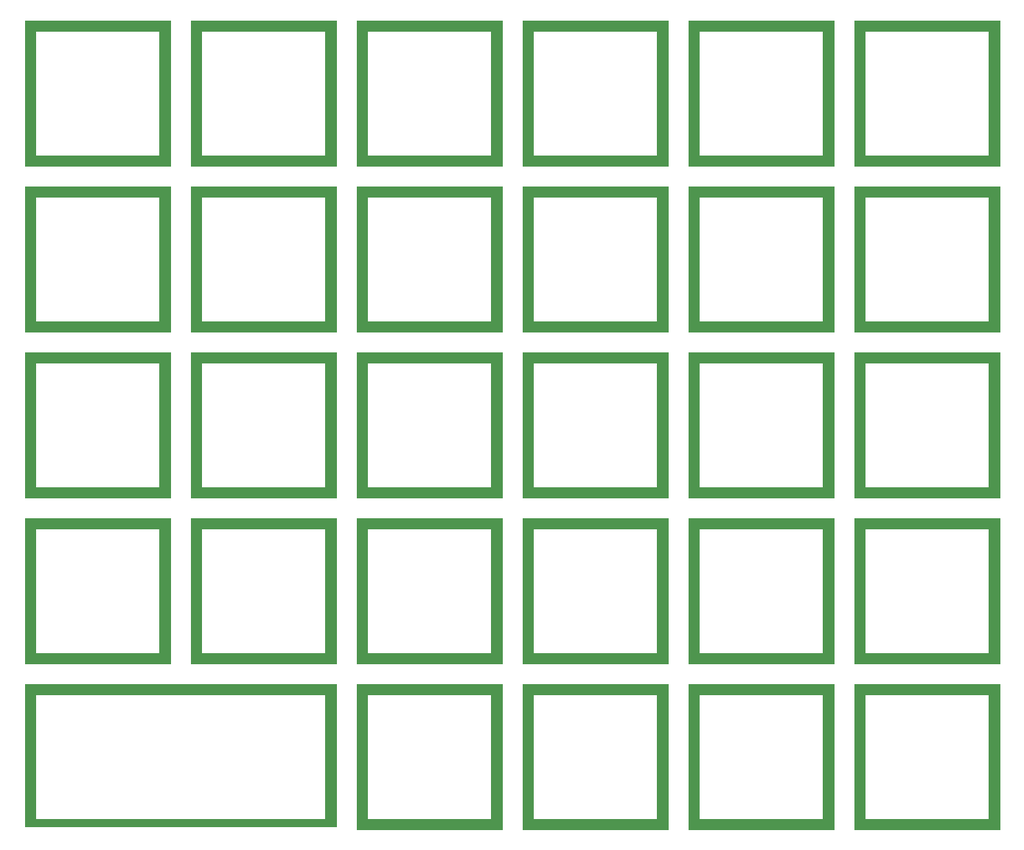
<source format=gbs>
G04 #@! TF.GenerationSoftware,KiCad,Pcbnew,5.1.7*
G04 #@! TF.CreationDate,2021-12-02T01:59:08+07:00*
G04 #@! TF.ProjectId,lumberjack-split,6c756d62-6572-46a6-9163-6b2d73706c69,rev?*
G04 #@! TF.SameCoordinates,Original*
G04 #@! TF.FileFunction,Soldermask,Bot*
G04 #@! TF.FilePolarity,Negative*
%FSLAX46Y46*%
G04 Gerber Fmt 4.6, Leading zero omitted, Abs format (unit mm)*
G04 Created by KiCad (PCBNEW 5.1.7) date 2021-12-02 01:59:08*
%MOMM*%
%LPD*%
G01*
G04 APERTURE LIST*
%ADD10C,0.100000*%
G04 APERTURE END LIST*
D10*
G36*
X104775000Y-128587500D02*
G01*
X104775000Y-142875000D01*
X103584375Y-143764000D01*
X103584375Y-127396875D01*
X104775000Y-128587500D01*
G37*
X104775000Y-128587500D02*
X104775000Y-142875000D01*
X103584375Y-143764000D01*
X103584375Y-127396875D01*
X104775000Y-128587500D01*
G36*
X139303125Y-143764000D02*
G01*
X138112500Y-142875000D01*
X138112500Y-128587500D01*
X139303125Y-127396875D01*
X139303125Y-143764000D01*
G37*
X139303125Y-143764000D02*
X138112500Y-142875000D01*
X138112500Y-128587500D01*
X139303125Y-127396875D01*
X139303125Y-143764000D01*
G36*
X195262500Y-128587500D02*
G01*
X180975000Y-128587500D01*
X179784375Y-127396875D01*
X196453125Y-127396875D01*
X195262500Y-128587500D01*
G37*
X195262500Y-128587500D02*
X180975000Y-128587500D01*
X179784375Y-127396875D01*
X196453125Y-127396875D01*
X195262500Y-128587500D01*
G36*
X196453125Y-144065625D02*
G01*
X195262500Y-142875000D01*
X195262500Y-128587500D01*
X196453125Y-127396875D01*
X196453125Y-144065625D01*
G37*
X196453125Y-144065625D02*
X195262500Y-142875000D01*
X195262500Y-128587500D01*
X196453125Y-127396875D01*
X196453125Y-144065625D01*
G36*
X142875000Y-128587500D02*
G01*
X142875000Y-142875000D01*
X141684375Y-144065625D01*
X141684375Y-127396875D01*
X142875000Y-128587500D01*
G37*
X142875000Y-128587500D02*
X142875000Y-142875000D01*
X141684375Y-144065625D01*
X141684375Y-127396875D01*
X142875000Y-128587500D01*
G36*
X177403125Y-144065625D02*
G01*
X176212500Y-142875000D01*
X176212500Y-128587500D01*
X177403125Y-127396875D01*
X177403125Y-144065625D01*
G37*
X177403125Y-144065625D02*
X176212500Y-142875000D01*
X176212500Y-128587500D01*
X177403125Y-127396875D01*
X177403125Y-144065625D01*
G36*
X161925000Y-128587500D02*
G01*
X161925000Y-142875000D01*
X160734375Y-144065625D01*
X160734375Y-127396875D01*
X161925000Y-128587500D01*
G37*
X161925000Y-128587500D02*
X161925000Y-142875000D01*
X160734375Y-144065625D01*
X160734375Y-127396875D01*
X161925000Y-128587500D01*
G36*
X158353125Y-144065625D02*
G01*
X141684375Y-144065625D01*
X142875000Y-142875000D01*
X157162500Y-142875000D01*
X158353125Y-144065625D01*
G37*
X158353125Y-144065625D02*
X141684375Y-144065625D01*
X142875000Y-142875000D01*
X157162500Y-142875000D01*
X158353125Y-144065625D01*
G36*
X215503125Y-144065625D02*
G01*
X214312500Y-142875000D01*
X214312500Y-128587500D01*
X215503125Y-127396875D01*
X215503125Y-144065625D01*
G37*
X215503125Y-144065625D02*
X214312500Y-142875000D01*
X214312500Y-128587500D01*
X215503125Y-127396875D01*
X215503125Y-144065625D01*
G36*
X157162500Y-128587500D02*
G01*
X142875000Y-128587500D01*
X141684375Y-127396875D01*
X158353125Y-127396875D01*
X157162500Y-128587500D01*
G37*
X157162500Y-128587500D02*
X142875000Y-128587500D01*
X141684375Y-127396875D01*
X158353125Y-127396875D01*
X157162500Y-128587500D01*
G36*
X176212500Y-128587500D02*
G01*
X161925000Y-128587500D01*
X160734375Y-127396875D01*
X177403125Y-127396875D01*
X176212500Y-128587500D01*
G37*
X176212500Y-128587500D02*
X161925000Y-128587500D01*
X160734375Y-127396875D01*
X177403125Y-127396875D01*
X176212500Y-128587500D01*
G36*
X180975000Y-128587500D02*
G01*
X180975000Y-142875000D01*
X179784375Y-144065625D01*
X179784375Y-127396875D01*
X180975000Y-128587500D01*
G37*
X180975000Y-128587500D02*
X180975000Y-142875000D01*
X179784375Y-144065625D01*
X179784375Y-127396875D01*
X180975000Y-128587500D01*
G36*
X214312500Y-128587500D02*
G01*
X200025000Y-128587500D01*
X198834375Y-127396875D01*
X215503125Y-127396875D01*
X214312500Y-128587500D01*
G37*
X214312500Y-128587500D02*
X200025000Y-128587500D01*
X198834375Y-127396875D01*
X215503125Y-127396875D01*
X214312500Y-128587500D01*
G36*
X215503125Y-144065625D02*
G01*
X198834375Y-144065625D01*
X200025000Y-142875000D01*
X214312500Y-142875000D01*
X215503125Y-144065625D01*
G37*
X215503125Y-144065625D02*
X198834375Y-144065625D01*
X200025000Y-142875000D01*
X214312500Y-142875000D01*
X215503125Y-144065625D01*
G36*
X177403125Y-144065625D02*
G01*
X160734375Y-144065625D01*
X161925000Y-142875000D01*
X176212500Y-142875000D01*
X177403125Y-144065625D01*
G37*
X177403125Y-144065625D02*
X160734375Y-144065625D01*
X161925000Y-142875000D01*
X176212500Y-142875000D01*
X177403125Y-144065625D01*
G36*
X158353125Y-144065625D02*
G01*
X157162500Y-142875000D01*
X157162500Y-128587500D01*
X158353125Y-127396875D01*
X158353125Y-144065625D01*
G37*
X158353125Y-144065625D02*
X157162500Y-142875000D01*
X157162500Y-128587500D01*
X158353125Y-127396875D01*
X158353125Y-144065625D01*
G36*
X196453125Y-144065625D02*
G01*
X179784375Y-144065625D01*
X180975000Y-142875000D01*
X195262500Y-142875000D01*
X196453125Y-144065625D01*
G37*
X196453125Y-144065625D02*
X179784375Y-144065625D01*
X180975000Y-142875000D01*
X195262500Y-142875000D01*
X196453125Y-144065625D01*
G36*
X139303125Y-143764000D02*
G01*
X103584375Y-143764000D01*
X104775000Y-142875000D01*
X138112500Y-142875000D01*
X139303125Y-143764000D01*
G37*
X139303125Y-143764000D02*
X103584375Y-143764000D01*
X104775000Y-142875000D01*
X138112500Y-142875000D01*
X139303125Y-143764000D01*
G36*
X200025000Y-128587500D02*
G01*
X200025000Y-142875000D01*
X198834375Y-144065625D01*
X198834375Y-127396875D01*
X200025000Y-128587500D01*
G37*
X200025000Y-128587500D02*
X200025000Y-142875000D01*
X198834375Y-144065625D01*
X198834375Y-127396875D01*
X200025000Y-128587500D01*
G36*
X138112500Y-128587500D02*
G01*
X104775000Y-128587500D01*
X103584375Y-127396875D01*
X139303125Y-127396875D01*
X138112500Y-128587500D01*
G37*
X138112500Y-128587500D02*
X104775000Y-128587500D01*
X103584375Y-127396875D01*
X139303125Y-127396875D01*
X138112500Y-128587500D01*
G36*
X195262500Y-109537500D02*
G01*
X180975000Y-109537500D01*
X179784375Y-108346875D01*
X196453125Y-108346875D01*
X195262500Y-109537500D01*
G37*
X195262500Y-109537500D02*
X180975000Y-109537500D01*
X179784375Y-108346875D01*
X196453125Y-108346875D01*
X195262500Y-109537500D01*
G36*
X196453125Y-125015625D02*
G01*
X195262500Y-123825000D01*
X195262500Y-109537500D01*
X196453125Y-108346875D01*
X196453125Y-125015625D01*
G37*
X196453125Y-125015625D02*
X195262500Y-123825000D01*
X195262500Y-109537500D01*
X196453125Y-108346875D01*
X196453125Y-125015625D01*
G36*
X142875000Y-109537500D02*
G01*
X142875000Y-123825000D01*
X141684375Y-125015625D01*
X141684375Y-108346875D01*
X142875000Y-109537500D01*
G37*
X142875000Y-109537500D02*
X142875000Y-123825000D01*
X141684375Y-125015625D01*
X141684375Y-108346875D01*
X142875000Y-109537500D01*
G36*
X177403125Y-125015625D02*
G01*
X176212500Y-123825000D01*
X176212500Y-109537500D01*
X177403125Y-108346875D01*
X177403125Y-125015625D01*
G37*
X177403125Y-125015625D02*
X176212500Y-123825000D01*
X176212500Y-109537500D01*
X177403125Y-108346875D01*
X177403125Y-125015625D01*
G36*
X161925000Y-109537500D02*
G01*
X161925000Y-123825000D01*
X160734375Y-125015625D01*
X160734375Y-108346875D01*
X161925000Y-109537500D01*
G37*
X161925000Y-109537500D02*
X161925000Y-123825000D01*
X160734375Y-125015625D01*
X160734375Y-108346875D01*
X161925000Y-109537500D01*
G36*
X158353125Y-125015625D02*
G01*
X141684375Y-125015625D01*
X142875000Y-123825000D01*
X157162500Y-123825000D01*
X158353125Y-125015625D01*
G37*
X158353125Y-125015625D02*
X141684375Y-125015625D01*
X142875000Y-123825000D01*
X157162500Y-123825000D01*
X158353125Y-125015625D01*
G36*
X123825000Y-109537500D02*
G01*
X123825000Y-123825000D01*
X122634375Y-125015625D01*
X122634375Y-108346875D01*
X123825000Y-109537500D01*
G37*
X123825000Y-109537500D02*
X123825000Y-123825000D01*
X122634375Y-125015625D01*
X122634375Y-108346875D01*
X123825000Y-109537500D01*
G36*
X138112500Y-109537500D02*
G01*
X123825000Y-109537500D01*
X122634375Y-108346875D01*
X139303125Y-108346875D01*
X138112500Y-109537500D01*
G37*
X138112500Y-109537500D02*
X123825000Y-109537500D01*
X122634375Y-108346875D01*
X139303125Y-108346875D01*
X138112500Y-109537500D01*
G36*
X215503125Y-125015625D02*
G01*
X214312500Y-123825000D01*
X214312500Y-109537500D01*
X215503125Y-108346875D01*
X215503125Y-125015625D01*
G37*
X215503125Y-125015625D02*
X214312500Y-123825000D01*
X214312500Y-109537500D01*
X215503125Y-108346875D01*
X215503125Y-125015625D01*
G36*
X157162500Y-109537500D02*
G01*
X142875000Y-109537500D01*
X141684375Y-108346875D01*
X158353125Y-108346875D01*
X157162500Y-109537500D01*
G37*
X157162500Y-109537500D02*
X142875000Y-109537500D01*
X141684375Y-108346875D01*
X158353125Y-108346875D01*
X157162500Y-109537500D01*
G36*
X176212500Y-109537500D02*
G01*
X161925000Y-109537500D01*
X160734375Y-108346875D01*
X177403125Y-108346875D01*
X176212500Y-109537500D01*
G37*
X176212500Y-109537500D02*
X161925000Y-109537500D01*
X160734375Y-108346875D01*
X177403125Y-108346875D01*
X176212500Y-109537500D01*
G36*
X180975000Y-109537500D02*
G01*
X180975000Y-123825000D01*
X179784375Y-125015625D01*
X179784375Y-108346875D01*
X180975000Y-109537500D01*
G37*
X180975000Y-109537500D02*
X180975000Y-123825000D01*
X179784375Y-125015625D01*
X179784375Y-108346875D01*
X180975000Y-109537500D01*
G36*
X214312500Y-109537500D02*
G01*
X200025000Y-109537500D01*
X198834375Y-108346875D01*
X215503125Y-108346875D01*
X214312500Y-109537500D01*
G37*
X214312500Y-109537500D02*
X200025000Y-109537500D01*
X198834375Y-108346875D01*
X215503125Y-108346875D01*
X214312500Y-109537500D01*
G36*
X215503125Y-125015625D02*
G01*
X198834375Y-125015625D01*
X200025000Y-123825000D01*
X214312500Y-123825000D01*
X215503125Y-125015625D01*
G37*
X215503125Y-125015625D02*
X198834375Y-125015625D01*
X200025000Y-123825000D01*
X214312500Y-123825000D01*
X215503125Y-125015625D01*
G36*
X177403125Y-125015625D02*
G01*
X160734375Y-125015625D01*
X161925000Y-123825000D01*
X176212500Y-123825000D01*
X177403125Y-125015625D01*
G37*
X177403125Y-125015625D02*
X160734375Y-125015625D01*
X161925000Y-123825000D01*
X176212500Y-123825000D01*
X177403125Y-125015625D01*
G36*
X158353125Y-125015625D02*
G01*
X157162500Y-123825000D01*
X157162500Y-109537500D01*
X158353125Y-108346875D01*
X158353125Y-125015625D01*
G37*
X158353125Y-125015625D02*
X157162500Y-123825000D01*
X157162500Y-109537500D01*
X158353125Y-108346875D01*
X158353125Y-125015625D01*
G36*
X196453125Y-125015625D02*
G01*
X179784375Y-125015625D01*
X180975000Y-123825000D01*
X195262500Y-123825000D01*
X196453125Y-125015625D01*
G37*
X196453125Y-125015625D02*
X179784375Y-125015625D01*
X180975000Y-123825000D01*
X195262500Y-123825000D01*
X196453125Y-125015625D01*
G36*
X139303125Y-125015625D02*
G01*
X122634375Y-125015625D01*
X123825000Y-123825000D01*
X138112500Y-123825000D01*
X139303125Y-125015625D01*
G37*
X139303125Y-125015625D02*
X122634375Y-125015625D01*
X123825000Y-123825000D01*
X138112500Y-123825000D01*
X139303125Y-125015625D01*
G36*
X139303125Y-125015625D02*
G01*
X138112500Y-123825000D01*
X138112500Y-109537500D01*
X139303125Y-108346875D01*
X139303125Y-125015625D01*
G37*
X139303125Y-125015625D02*
X138112500Y-123825000D01*
X138112500Y-109537500D01*
X139303125Y-108346875D01*
X139303125Y-125015625D01*
G36*
X120253125Y-125015625D02*
G01*
X103584375Y-125015625D01*
X104775000Y-123825000D01*
X119062500Y-123825000D01*
X120253125Y-125015625D01*
G37*
X120253125Y-125015625D02*
X103584375Y-125015625D01*
X104775000Y-123825000D01*
X119062500Y-123825000D01*
X120253125Y-125015625D01*
G36*
X104775000Y-109537500D02*
G01*
X104775000Y-123825000D01*
X103584375Y-125015625D01*
X103584375Y-108346875D01*
X104775000Y-109537500D01*
G37*
X104775000Y-109537500D02*
X104775000Y-123825000D01*
X103584375Y-125015625D01*
X103584375Y-108346875D01*
X104775000Y-109537500D01*
G36*
X200025000Y-109537500D02*
G01*
X200025000Y-123825000D01*
X198834375Y-125015625D01*
X198834375Y-108346875D01*
X200025000Y-109537500D01*
G37*
X200025000Y-109537500D02*
X200025000Y-123825000D01*
X198834375Y-125015625D01*
X198834375Y-108346875D01*
X200025000Y-109537500D01*
G36*
X120253125Y-125015625D02*
G01*
X119062500Y-123825000D01*
X119062500Y-109537500D01*
X120253125Y-108346875D01*
X120253125Y-125015625D01*
G37*
X120253125Y-125015625D02*
X119062500Y-123825000D01*
X119062500Y-109537500D01*
X120253125Y-108346875D01*
X120253125Y-125015625D01*
G36*
X119062500Y-109537500D02*
G01*
X104775000Y-109537500D01*
X103584375Y-108346875D01*
X120253125Y-108346875D01*
X119062500Y-109537500D01*
G37*
X119062500Y-109537500D02*
X104775000Y-109537500D01*
X103584375Y-108346875D01*
X120253125Y-108346875D01*
X119062500Y-109537500D01*
G36*
X195262500Y-90487500D02*
G01*
X180975000Y-90487500D01*
X179784375Y-89296875D01*
X196453125Y-89296875D01*
X195262500Y-90487500D01*
G37*
X195262500Y-90487500D02*
X180975000Y-90487500D01*
X179784375Y-89296875D01*
X196453125Y-89296875D01*
X195262500Y-90487500D01*
G36*
X196453125Y-105965625D02*
G01*
X195262500Y-104775000D01*
X195262500Y-90487500D01*
X196453125Y-89296875D01*
X196453125Y-105965625D01*
G37*
X196453125Y-105965625D02*
X195262500Y-104775000D01*
X195262500Y-90487500D01*
X196453125Y-89296875D01*
X196453125Y-105965625D01*
G36*
X142875000Y-90487500D02*
G01*
X142875000Y-104775000D01*
X141684375Y-105965625D01*
X141684375Y-89296875D01*
X142875000Y-90487500D01*
G37*
X142875000Y-90487500D02*
X142875000Y-104775000D01*
X141684375Y-105965625D01*
X141684375Y-89296875D01*
X142875000Y-90487500D01*
G36*
X177403125Y-105965625D02*
G01*
X176212500Y-104775000D01*
X176212500Y-90487500D01*
X177403125Y-89296875D01*
X177403125Y-105965625D01*
G37*
X177403125Y-105965625D02*
X176212500Y-104775000D01*
X176212500Y-90487500D01*
X177403125Y-89296875D01*
X177403125Y-105965625D01*
G36*
X161925000Y-90487500D02*
G01*
X161925000Y-104775000D01*
X160734375Y-105965625D01*
X160734375Y-89296875D01*
X161925000Y-90487500D01*
G37*
X161925000Y-90487500D02*
X161925000Y-104775000D01*
X160734375Y-105965625D01*
X160734375Y-89296875D01*
X161925000Y-90487500D01*
G36*
X158353125Y-105965625D02*
G01*
X141684375Y-105965625D01*
X142875000Y-104775000D01*
X157162500Y-104775000D01*
X158353125Y-105965625D01*
G37*
X158353125Y-105965625D02*
X141684375Y-105965625D01*
X142875000Y-104775000D01*
X157162500Y-104775000D01*
X158353125Y-105965625D01*
G36*
X123825000Y-90487500D02*
G01*
X123825000Y-104775000D01*
X122634375Y-105965625D01*
X122634375Y-89296875D01*
X123825000Y-90487500D01*
G37*
X123825000Y-90487500D02*
X123825000Y-104775000D01*
X122634375Y-105965625D01*
X122634375Y-89296875D01*
X123825000Y-90487500D01*
G36*
X138112500Y-90487500D02*
G01*
X123825000Y-90487500D01*
X122634375Y-89296875D01*
X139303125Y-89296875D01*
X138112500Y-90487500D01*
G37*
X138112500Y-90487500D02*
X123825000Y-90487500D01*
X122634375Y-89296875D01*
X139303125Y-89296875D01*
X138112500Y-90487500D01*
G36*
X215503125Y-105965625D02*
G01*
X214312500Y-104775000D01*
X214312500Y-90487500D01*
X215503125Y-89296875D01*
X215503125Y-105965625D01*
G37*
X215503125Y-105965625D02*
X214312500Y-104775000D01*
X214312500Y-90487500D01*
X215503125Y-89296875D01*
X215503125Y-105965625D01*
G36*
X157162500Y-90487500D02*
G01*
X142875000Y-90487500D01*
X141684375Y-89296875D01*
X158353125Y-89296875D01*
X157162500Y-90487500D01*
G37*
X157162500Y-90487500D02*
X142875000Y-90487500D01*
X141684375Y-89296875D01*
X158353125Y-89296875D01*
X157162500Y-90487500D01*
G36*
X176212500Y-90487500D02*
G01*
X161925000Y-90487500D01*
X160734375Y-89296875D01*
X177403125Y-89296875D01*
X176212500Y-90487500D01*
G37*
X176212500Y-90487500D02*
X161925000Y-90487500D01*
X160734375Y-89296875D01*
X177403125Y-89296875D01*
X176212500Y-90487500D01*
G36*
X180975000Y-90487500D02*
G01*
X180975000Y-104775000D01*
X179784375Y-105965625D01*
X179784375Y-89296875D01*
X180975000Y-90487500D01*
G37*
X180975000Y-90487500D02*
X180975000Y-104775000D01*
X179784375Y-105965625D01*
X179784375Y-89296875D01*
X180975000Y-90487500D01*
G36*
X214312500Y-90487500D02*
G01*
X200025000Y-90487500D01*
X198834375Y-89296875D01*
X215503125Y-89296875D01*
X214312500Y-90487500D01*
G37*
X214312500Y-90487500D02*
X200025000Y-90487500D01*
X198834375Y-89296875D01*
X215503125Y-89296875D01*
X214312500Y-90487500D01*
G36*
X215503125Y-105965625D02*
G01*
X198834375Y-105965625D01*
X200025000Y-104775000D01*
X214312500Y-104775000D01*
X215503125Y-105965625D01*
G37*
X215503125Y-105965625D02*
X198834375Y-105965625D01*
X200025000Y-104775000D01*
X214312500Y-104775000D01*
X215503125Y-105965625D01*
G36*
X177403125Y-105965625D02*
G01*
X160734375Y-105965625D01*
X161925000Y-104775000D01*
X176212500Y-104775000D01*
X177403125Y-105965625D01*
G37*
X177403125Y-105965625D02*
X160734375Y-105965625D01*
X161925000Y-104775000D01*
X176212500Y-104775000D01*
X177403125Y-105965625D01*
G36*
X158353125Y-105965625D02*
G01*
X157162500Y-104775000D01*
X157162500Y-90487500D01*
X158353125Y-89296875D01*
X158353125Y-105965625D01*
G37*
X158353125Y-105965625D02*
X157162500Y-104775000D01*
X157162500Y-90487500D01*
X158353125Y-89296875D01*
X158353125Y-105965625D01*
G36*
X196453125Y-105965625D02*
G01*
X179784375Y-105965625D01*
X180975000Y-104775000D01*
X195262500Y-104775000D01*
X196453125Y-105965625D01*
G37*
X196453125Y-105965625D02*
X179784375Y-105965625D01*
X180975000Y-104775000D01*
X195262500Y-104775000D01*
X196453125Y-105965625D01*
G36*
X139303125Y-105965625D02*
G01*
X122634375Y-105965625D01*
X123825000Y-104775000D01*
X138112500Y-104775000D01*
X139303125Y-105965625D01*
G37*
X139303125Y-105965625D02*
X122634375Y-105965625D01*
X123825000Y-104775000D01*
X138112500Y-104775000D01*
X139303125Y-105965625D01*
G36*
X139303125Y-105965625D02*
G01*
X138112500Y-104775000D01*
X138112500Y-90487500D01*
X139303125Y-89296875D01*
X139303125Y-105965625D01*
G37*
X139303125Y-105965625D02*
X138112500Y-104775000D01*
X138112500Y-90487500D01*
X139303125Y-89296875D01*
X139303125Y-105965625D01*
G36*
X120253125Y-105965625D02*
G01*
X103584375Y-105965625D01*
X104775000Y-104775000D01*
X119062500Y-104775000D01*
X120253125Y-105965625D01*
G37*
X120253125Y-105965625D02*
X103584375Y-105965625D01*
X104775000Y-104775000D01*
X119062500Y-104775000D01*
X120253125Y-105965625D01*
G36*
X104775000Y-90487500D02*
G01*
X104775000Y-104775000D01*
X103584375Y-105965625D01*
X103584375Y-89296875D01*
X104775000Y-90487500D01*
G37*
X104775000Y-90487500D02*
X104775000Y-104775000D01*
X103584375Y-105965625D01*
X103584375Y-89296875D01*
X104775000Y-90487500D01*
G36*
X200025000Y-90487500D02*
G01*
X200025000Y-104775000D01*
X198834375Y-105965625D01*
X198834375Y-89296875D01*
X200025000Y-90487500D01*
G37*
X200025000Y-90487500D02*
X200025000Y-104775000D01*
X198834375Y-105965625D01*
X198834375Y-89296875D01*
X200025000Y-90487500D01*
G36*
X120253125Y-105965625D02*
G01*
X119062500Y-104775000D01*
X119062500Y-90487500D01*
X120253125Y-89296875D01*
X120253125Y-105965625D01*
G37*
X120253125Y-105965625D02*
X119062500Y-104775000D01*
X119062500Y-90487500D01*
X120253125Y-89296875D01*
X120253125Y-105965625D01*
G36*
X119062500Y-90487500D02*
G01*
X104775000Y-90487500D01*
X103584375Y-89296875D01*
X120253125Y-89296875D01*
X119062500Y-90487500D01*
G37*
X119062500Y-90487500D02*
X104775000Y-90487500D01*
X103584375Y-89296875D01*
X120253125Y-89296875D01*
X119062500Y-90487500D01*
G36*
X195262500Y-71437500D02*
G01*
X180975000Y-71437500D01*
X179784375Y-70246875D01*
X196453125Y-70246875D01*
X195262500Y-71437500D01*
G37*
X195262500Y-71437500D02*
X180975000Y-71437500D01*
X179784375Y-70246875D01*
X196453125Y-70246875D01*
X195262500Y-71437500D01*
G36*
X196453125Y-86915625D02*
G01*
X195262500Y-85725000D01*
X195262500Y-71437500D01*
X196453125Y-70246875D01*
X196453125Y-86915625D01*
G37*
X196453125Y-86915625D02*
X195262500Y-85725000D01*
X195262500Y-71437500D01*
X196453125Y-70246875D01*
X196453125Y-86915625D01*
G36*
X142875000Y-71437500D02*
G01*
X142875000Y-85725000D01*
X141684375Y-86915625D01*
X141684375Y-70246875D01*
X142875000Y-71437500D01*
G37*
X142875000Y-71437500D02*
X142875000Y-85725000D01*
X141684375Y-86915625D01*
X141684375Y-70246875D01*
X142875000Y-71437500D01*
G36*
X177403125Y-86915625D02*
G01*
X176212500Y-85725000D01*
X176212500Y-71437500D01*
X177403125Y-70246875D01*
X177403125Y-86915625D01*
G37*
X177403125Y-86915625D02*
X176212500Y-85725000D01*
X176212500Y-71437500D01*
X177403125Y-70246875D01*
X177403125Y-86915625D01*
G36*
X161925000Y-71437500D02*
G01*
X161925000Y-85725000D01*
X160734375Y-86915625D01*
X160734375Y-70246875D01*
X161925000Y-71437500D01*
G37*
X161925000Y-71437500D02*
X161925000Y-85725000D01*
X160734375Y-86915625D01*
X160734375Y-70246875D01*
X161925000Y-71437500D01*
G36*
X158353125Y-86915625D02*
G01*
X141684375Y-86915625D01*
X142875000Y-85725000D01*
X157162500Y-85725000D01*
X158353125Y-86915625D01*
G37*
X158353125Y-86915625D02*
X141684375Y-86915625D01*
X142875000Y-85725000D01*
X157162500Y-85725000D01*
X158353125Y-86915625D01*
G36*
X123825000Y-71437500D02*
G01*
X123825000Y-85725000D01*
X122634375Y-86915625D01*
X122634375Y-70246875D01*
X123825000Y-71437500D01*
G37*
X123825000Y-71437500D02*
X123825000Y-85725000D01*
X122634375Y-86915625D01*
X122634375Y-70246875D01*
X123825000Y-71437500D01*
G36*
X138112500Y-71437500D02*
G01*
X123825000Y-71437500D01*
X122634375Y-70246875D01*
X139303125Y-70246875D01*
X138112500Y-71437500D01*
G37*
X138112500Y-71437500D02*
X123825000Y-71437500D01*
X122634375Y-70246875D01*
X139303125Y-70246875D01*
X138112500Y-71437500D01*
G36*
X215503125Y-86915625D02*
G01*
X214312500Y-85725000D01*
X214312500Y-71437500D01*
X215503125Y-70246875D01*
X215503125Y-86915625D01*
G37*
X215503125Y-86915625D02*
X214312500Y-85725000D01*
X214312500Y-71437500D01*
X215503125Y-70246875D01*
X215503125Y-86915625D01*
G36*
X157162500Y-71437500D02*
G01*
X142875000Y-71437500D01*
X141684375Y-70246875D01*
X158353125Y-70246875D01*
X157162500Y-71437500D01*
G37*
X157162500Y-71437500D02*
X142875000Y-71437500D01*
X141684375Y-70246875D01*
X158353125Y-70246875D01*
X157162500Y-71437500D01*
G36*
X176212500Y-71437500D02*
G01*
X161925000Y-71437500D01*
X160734375Y-70246875D01*
X177403125Y-70246875D01*
X176212500Y-71437500D01*
G37*
X176212500Y-71437500D02*
X161925000Y-71437500D01*
X160734375Y-70246875D01*
X177403125Y-70246875D01*
X176212500Y-71437500D01*
G36*
X180975000Y-71437500D02*
G01*
X180975000Y-85725000D01*
X179784375Y-86915625D01*
X179784375Y-70246875D01*
X180975000Y-71437500D01*
G37*
X180975000Y-71437500D02*
X180975000Y-85725000D01*
X179784375Y-86915625D01*
X179784375Y-70246875D01*
X180975000Y-71437500D01*
G36*
X214312500Y-71437500D02*
G01*
X200025000Y-71437500D01*
X198834375Y-70246875D01*
X215503125Y-70246875D01*
X214312500Y-71437500D01*
G37*
X214312500Y-71437500D02*
X200025000Y-71437500D01*
X198834375Y-70246875D01*
X215503125Y-70246875D01*
X214312500Y-71437500D01*
G36*
X215503125Y-86915625D02*
G01*
X198834375Y-86915625D01*
X200025000Y-85725000D01*
X214312500Y-85725000D01*
X215503125Y-86915625D01*
G37*
X215503125Y-86915625D02*
X198834375Y-86915625D01*
X200025000Y-85725000D01*
X214312500Y-85725000D01*
X215503125Y-86915625D01*
G36*
X177403125Y-86915625D02*
G01*
X160734375Y-86915625D01*
X161925000Y-85725000D01*
X176212500Y-85725000D01*
X177403125Y-86915625D01*
G37*
X177403125Y-86915625D02*
X160734375Y-86915625D01*
X161925000Y-85725000D01*
X176212500Y-85725000D01*
X177403125Y-86915625D01*
G36*
X158353125Y-86915625D02*
G01*
X157162500Y-85725000D01*
X157162500Y-71437500D01*
X158353125Y-70246875D01*
X158353125Y-86915625D01*
G37*
X158353125Y-86915625D02*
X157162500Y-85725000D01*
X157162500Y-71437500D01*
X158353125Y-70246875D01*
X158353125Y-86915625D01*
G36*
X196453125Y-86915625D02*
G01*
X179784375Y-86915625D01*
X180975000Y-85725000D01*
X195262500Y-85725000D01*
X196453125Y-86915625D01*
G37*
X196453125Y-86915625D02*
X179784375Y-86915625D01*
X180975000Y-85725000D01*
X195262500Y-85725000D01*
X196453125Y-86915625D01*
G36*
X139303125Y-86915625D02*
G01*
X122634375Y-86915625D01*
X123825000Y-85725000D01*
X138112500Y-85725000D01*
X139303125Y-86915625D01*
G37*
X139303125Y-86915625D02*
X122634375Y-86915625D01*
X123825000Y-85725000D01*
X138112500Y-85725000D01*
X139303125Y-86915625D01*
G36*
X139303125Y-86915625D02*
G01*
X138112500Y-85725000D01*
X138112500Y-71437500D01*
X139303125Y-70246875D01*
X139303125Y-86915625D01*
G37*
X139303125Y-86915625D02*
X138112500Y-85725000D01*
X138112500Y-71437500D01*
X139303125Y-70246875D01*
X139303125Y-86915625D01*
G36*
X120253125Y-86915625D02*
G01*
X103584375Y-86915625D01*
X104775000Y-85725000D01*
X119062500Y-85725000D01*
X120253125Y-86915625D01*
G37*
X120253125Y-86915625D02*
X103584375Y-86915625D01*
X104775000Y-85725000D01*
X119062500Y-85725000D01*
X120253125Y-86915625D01*
G36*
X104775000Y-71437500D02*
G01*
X104775000Y-85725000D01*
X103584375Y-86915625D01*
X103584375Y-70246875D01*
X104775000Y-71437500D01*
G37*
X104775000Y-71437500D02*
X104775000Y-85725000D01*
X103584375Y-86915625D01*
X103584375Y-70246875D01*
X104775000Y-71437500D01*
G36*
X200025000Y-71437500D02*
G01*
X200025000Y-85725000D01*
X198834375Y-86915625D01*
X198834375Y-70246875D01*
X200025000Y-71437500D01*
G37*
X200025000Y-71437500D02*
X200025000Y-85725000D01*
X198834375Y-86915625D01*
X198834375Y-70246875D01*
X200025000Y-71437500D01*
G36*
X120253125Y-86915625D02*
G01*
X119062500Y-85725000D01*
X119062500Y-71437500D01*
X120253125Y-70246875D01*
X120253125Y-86915625D01*
G37*
X120253125Y-86915625D02*
X119062500Y-85725000D01*
X119062500Y-71437500D01*
X120253125Y-70246875D01*
X120253125Y-86915625D01*
G36*
X119062500Y-71437500D02*
G01*
X104775000Y-71437500D01*
X103584375Y-70246875D01*
X120253125Y-70246875D01*
X119062500Y-71437500D01*
G37*
X119062500Y-71437500D02*
X104775000Y-71437500D01*
X103584375Y-70246875D01*
X120253125Y-70246875D01*
X119062500Y-71437500D01*
G36*
X200025000Y-52387500D02*
G01*
X200025000Y-66675000D01*
X198834375Y-67865625D01*
X198834375Y-51196875D01*
X200025000Y-52387500D01*
G37*
X200025000Y-52387500D02*
X200025000Y-66675000D01*
X198834375Y-67865625D01*
X198834375Y-51196875D01*
X200025000Y-52387500D01*
G36*
X214312500Y-52387500D02*
G01*
X200025000Y-52387500D01*
X198834375Y-51196875D01*
X215503125Y-51196875D01*
X214312500Y-52387500D01*
G37*
X214312500Y-52387500D02*
X200025000Y-52387500D01*
X198834375Y-51196875D01*
X215503125Y-51196875D01*
X214312500Y-52387500D01*
G36*
X215503125Y-67865625D02*
G01*
X198834375Y-67865625D01*
X200025000Y-66675000D01*
X214312500Y-66675000D01*
X215503125Y-67865625D01*
G37*
X215503125Y-67865625D02*
X198834375Y-67865625D01*
X200025000Y-66675000D01*
X214312500Y-66675000D01*
X215503125Y-67865625D01*
G36*
X215503125Y-67865625D02*
G01*
X214312500Y-66675000D01*
X214312500Y-52387500D01*
X215503125Y-51196875D01*
X215503125Y-67865625D01*
G37*
X215503125Y-67865625D02*
X214312500Y-66675000D01*
X214312500Y-52387500D01*
X215503125Y-51196875D01*
X215503125Y-67865625D01*
G36*
X180975000Y-52387500D02*
G01*
X180975000Y-66675000D01*
X179784375Y-67865625D01*
X179784375Y-51196875D01*
X180975000Y-52387500D01*
G37*
X180975000Y-52387500D02*
X180975000Y-66675000D01*
X179784375Y-67865625D01*
X179784375Y-51196875D01*
X180975000Y-52387500D01*
G36*
X195262500Y-52387500D02*
G01*
X180975000Y-52387500D01*
X179784375Y-51196875D01*
X196453125Y-51196875D01*
X195262500Y-52387500D01*
G37*
X195262500Y-52387500D02*
X180975000Y-52387500D01*
X179784375Y-51196875D01*
X196453125Y-51196875D01*
X195262500Y-52387500D01*
G36*
X196453125Y-67865625D02*
G01*
X179784375Y-67865625D01*
X180975000Y-66675000D01*
X195262500Y-66675000D01*
X196453125Y-67865625D01*
G37*
X196453125Y-67865625D02*
X179784375Y-67865625D01*
X180975000Y-66675000D01*
X195262500Y-66675000D01*
X196453125Y-67865625D01*
G36*
X196453125Y-67865625D02*
G01*
X195262500Y-66675000D01*
X195262500Y-52387500D01*
X196453125Y-51196875D01*
X196453125Y-67865625D01*
G37*
X196453125Y-67865625D02*
X195262500Y-66675000D01*
X195262500Y-52387500D01*
X196453125Y-51196875D01*
X196453125Y-67865625D01*
G36*
X161925000Y-52387500D02*
G01*
X161925000Y-66675000D01*
X160734375Y-67865625D01*
X160734375Y-51196875D01*
X161925000Y-52387500D01*
G37*
X161925000Y-52387500D02*
X161925000Y-66675000D01*
X160734375Y-67865625D01*
X160734375Y-51196875D01*
X161925000Y-52387500D01*
G36*
X176212500Y-52387500D02*
G01*
X161925000Y-52387500D01*
X160734375Y-51196875D01*
X177403125Y-51196875D01*
X176212500Y-52387500D01*
G37*
X176212500Y-52387500D02*
X161925000Y-52387500D01*
X160734375Y-51196875D01*
X177403125Y-51196875D01*
X176212500Y-52387500D01*
G36*
X177403125Y-67865625D02*
G01*
X160734375Y-67865625D01*
X161925000Y-66675000D01*
X176212500Y-66675000D01*
X177403125Y-67865625D01*
G37*
X177403125Y-67865625D02*
X160734375Y-67865625D01*
X161925000Y-66675000D01*
X176212500Y-66675000D01*
X177403125Y-67865625D01*
G36*
X177403125Y-67865625D02*
G01*
X176212500Y-66675000D01*
X176212500Y-52387500D01*
X177403125Y-51196875D01*
X177403125Y-67865625D01*
G37*
X177403125Y-67865625D02*
X176212500Y-66675000D01*
X176212500Y-52387500D01*
X177403125Y-51196875D01*
X177403125Y-67865625D01*
G36*
X142875000Y-52387500D02*
G01*
X142875000Y-66675000D01*
X141684375Y-67865625D01*
X141684375Y-51196875D01*
X142875000Y-52387500D01*
G37*
X142875000Y-52387500D02*
X142875000Y-66675000D01*
X141684375Y-67865625D01*
X141684375Y-51196875D01*
X142875000Y-52387500D01*
G36*
X157162500Y-52387500D02*
G01*
X142875000Y-52387500D01*
X141684375Y-51196875D01*
X158353125Y-51196875D01*
X157162500Y-52387500D01*
G37*
X157162500Y-52387500D02*
X142875000Y-52387500D01*
X141684375Y-51196875D01*
X158353125Y-51196875D01*
X157162500Y-52387500D01*
G36*
X158353125Y-67865625D02*
G01*
X141684375Y-67865625D01*
X142875000Y-66675000D01*
X157162500Y-66675000D01*
X158353125Y-67865625D01*
G37*
X158353125Y-67865625D02*
X141684375Y-67865625D01*
X142875000Y-66675000D01*
X157162500Y-66675000D01*
X158353125Y-67865625D01*
G36*
X158353125Y-67865625D02*
G01*
X157162500Y-66675000D01*
X157162500Y-52387500D01*
X158353125Y-51196875D01*
X158353125Y-67865625D01*
G37*
X158353125Y-67865625D02*
X157162500Y-66675000D01*
X157162500Y-52387500D01*
X158353125Y-51196875D01*
X158353125Y-67865625D01*
G36*
X123825000Y-52387500D02*
G01*
X123825000Y-66675000D01*
X122634375Y-67865625D01*
X122634375Y-51196875D01*
X123825000Y-52387500D01*
G37*
X123825000Y-52387500D02*
X123825000Y-66675000D01*
X122634375Y-67865625D01*
X122634375Y-51196875D01*
X123825000Y-52387500D01*
G36*
X138112500Y-52387500D02*
G01*
X123825000Y-52387500D01*
X122634375Y-51196875D01*
X139303125Y-51196875D01*
X138112500Y-52387500D01*
G37*
X138112500Y-52387500D02*
X123825000Y-52387500D01*
X122634375Y-51196875D01*
X139303125Y-51196875D01*
X138112500Y-52387500D01*
G36*
X139303125Y-67865625D02*
G01*
X122634375Y-67865625D01*
X123825000Y-66675000D01*
X138112500Y-66675000D01*
X139303125Y-67865625D01*
G37*
X139303125Y-67865625D02*
X122634375Y-67865625D01*
X123825000Y-66675000D01*
X138112500Y-66675000D01*
X139303125Y-67865625D01*
G36*
X139303125Y-67865625D02*
G01*
X138112500Y-66675000D01*
X138112500Y-52387500D01*
X139303125Y-51196875D01*
X139303125Y-67865625D01*
G37*
X139303125Y-67865625D02*
X138112500Y-66675000D01*
X138112500Y-52387500D01*
X139303125Y-51196875D01*
X139303125Y-67865625D01*
G36*
X104775000Y-52387500D02*
G01*
X104775000Y-66675000D01*
X103584375Y-67865625D01*
X103584375Y-51196875D01*
X104775000Y-52387500D01*
G37*
X104775000Y-52387500D02*
X104775000Y-66675000D01*
X103584375Y-67865625D01*
X103584375Y-51196875D01*
X104775000Y-52387500D01*
G36*
X119062500Y-52387500D02*
G01*
X104775000Y-52387500D01*
X103584375Y-51196875D01*
X120253125Y-51196875D01*
X119062500Y-52387500D01*
G37*
X119062500Y-52387500D02*
X104775000Y-52387500D01*
X103584375Y-51196875D01*
X120253125Y-51196875D01*
X119062500Y-52387500D01*
G36*
X120253125Y-67865625D02*
G01*
X103584375Y-67865625D01*
X104775000Y-66675000D01*
X119062500Y-66675000D01*
X120253125Y-67865625D01*
G37*
X120253125Y-67865625D02*
X103584375Y-67865625D01*
X104775000Y-66675000D01*
X119062500Y-66675000D01*
X120253125Y-67865625D01*
G36*
X120253125Y-67865625D02*
G01*
X119062500Y-66675000D01*
X119062500Y-52387500D01*
X120253125Y-51196875D01*
X120253125Y-67865625D01*
G37*
X120253125Y-67865625D02*
X119062500Y-66675000D01*
X119062500Y-52387500D01*
X120253125Y-51196875D01*
X120253125Y-67865625D01*
M02*

</source>
